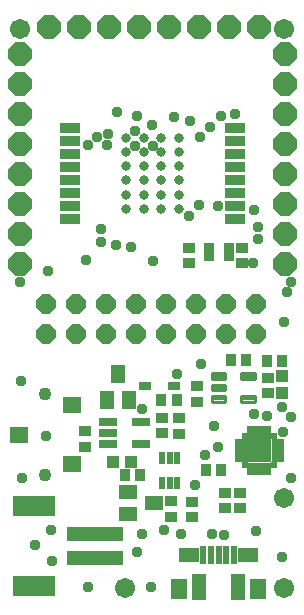
<source format=gbr>
G04 EAGLE Gerber RS-274X export*
G75*
%MOMM*%
%FSLAX34Y34*%
%LPD*%
%INSoldermask Top*%
%IPPOS*%
%AMOC8*
5,1,8,0,0,1.08239X$1,22.5*%
G01*
%ADD10C,1.703200*%
%ADD11R,1.397000X1.778000*%
%ADD12R,1.651000X1.270000*%
%ADD13R,1.703200X0.903200*%
%ADD14C,0.803200*%
%ADD15C,0.293481*%
%ADD16R,0.903200X1.603200*%
%ADD17R,1.103200X0.903200*%
%ADD18R,0.603200X1.553200*%
%ADD19R,1.303200X2.303200*%
%ADD20R,4.803200X1.203200*%
%ADD21R,3.603200X1.803200*%
%ADD22P,1.759533X8X202.500000*%
%ADD23R,1.524000X0.762000*%
%ADD24R,1.003200X0.803200*%
%ADD25R,1.603200X1.203200*%
%ADD26R,1.203200X1.603200*%
%ADD27R,0.558800X0.990600*%
%ADD28R,1.003200X1.003200*%
%ADD29R,0.903200X1.103200*%
%ADD30C,1.103200*%
%ADD31R,1.603200X1.403200*%
%ADD32P,2.144431X8X22.500000*%
%ADD33P,2.144431X8X112.500000*%
%ADD34R,0.503200X0.503200*%
%ADD35R,1.103200X0.503200*%
%ADD36R,0.503200X1.103200*%
%ADD37R,2.003200X2.003200*%
%ADD38C,0.959600*%


D10*
X302006Y196088D03*
X78232Y196596D03*
X301752Y-276860D03*
X167386Y-276606D03*
X301752Y-201168D03*
D11*
X212725Y-278130D03*
D12*
X221615Y-248920D03*
X271145Y-248920D03*
D11*
X280035Y-278130D03*
D13*
X120500Y112140D03*
X120500Y101140D03*
X120500Y90140D03*
X120500Y79140D03*
X120500Y68140D03*
X120500Y57140D03*
X120500Y46140D03*
X120500Y35140D03*
X260500Y35140D03*
X260500Y46140D03*
X260500Y57140D03*
X260500Y68140D03*
X260500Y79140D03*
X260500Y90140D03*
X260500Y101140D03*
X260500Y112140D03*
D14*
X168000Y104140D03*
X183000Y104140D03*
X198000Y104140D03*
X213000Y104140D03*
X168000Y92140D03*
X183000Y92140D03*
X198000Y92140D03*
X213000Y92140D03*
X168000Y80140D03*
X183000Y80140D03*
X198000Y80140D03*
X213000Y80140D03*
X168000Y68140D03*
X183000Y68140D03*
X198000Y68140D03*
X213000Y68140D03*
X168000Y56140D03*
X183000Y56140D03*
X198000Y56140D03*
X213000Y56140D03*
X168000Y44140D03*
X183000Y44140D03*
X198000Y44140D03*
X213000Y44140D03*
D15*
X240677Y-95189D02*
X240677Y-100187D01*
X240677Y-95189D02*
X251875Y-95189D01*
X251875Y-100187D01*
X240677Y-100187D01*
X240677Y-97399D02*
X251875Y-97399D01*
X265777Y-114189D02*
X265777Y-119187D01*
X265777Y-114189D02*
X276975Y-114189D01*
X276975Y-119187D01*
X265777Y-119187D01*
X265777Y-116399D02*
X276975Y-116399D01*
X240677Y-109687D02*
X240677Y-104689D01*
X251875Y-104689D01*
X251875Y-109687D01*
X240677Y-109687D01*
X240677Y-106899D02*
X251875Y-106899D01*
X240677Y-114189D02*
X240677Y-119187D01*
X240677Y-114189D02*
X251875Y-114189D01*
X251875Y-119187D01*
X240677Y-119187D01*
X240677Y-116399D02*
X251875Y-116399D01*
X265777Y-100187D02*
X265777Y-95189D01*
X276975Y-95189D01*
X276975Y-100187D01*
X265777Y-100187D01*
X265777Y-97399D02*
X276975Y-97399D01*
D16*
X238134Y7366D03*
X255134Y7366D03*
D17*
X220980Y-1928D03*
X220980Y11072D03*
X265938Y-2182D03*
X265938Y10818D03*
D18*
X233380Y-249164D03*
X239880Y-249164D03*
X246380Y-249164D03*
X252880Y-249164D03*
X259380Y-249164D03*
D19*
X229880Y-275914D03*
X262880Y-275914D03*
D20*
X142156Y-251554D03*
X142156Y-231554D03*
D21*
X90156Y-275554D03*
X90156Y-207554D03*
D22*
X277876Y-36576D03*
X277876Y-61976D03*
X252476Y-36576D03*
X252476Y-61976D03*
X227076Y-36576D03*
X227076Y-61976D03*
X201676Y-36576D03*
X201676Y-61976D03*
X176276Y-36576D03*
X176276Y-61976D03*
X150876Y-36576D03*
X150876Y-61976D03*
X125476Y-36576D03*
X125476Y-61976D03*
X100076Y-36576D03*
X100076Y-61976D03*
D17*
X288544Y-112164D03*
X288544Y-99164D03*
X227838Y-119276D03*
X227838Y-106276D03*
D23*
X152908Y-136144D03*
X152908Y-145542D03*
X152908Y-154940D03*
X180340Y-154940D03*
X180340Y-136144D03*
D24*
X209096Y-106172D03*
X184096Y-106172D03*
D25*
X191594Y-204978D03*
X169594Y-214478D03*
X169594Y-195478D03*
D26*
X161290Y-95426D03*
X170790Y-117426D03*
X151790Y-117426D03*
D27*
X198478Y-188468D03*
X204978Y-188468D03*
X211478Y-188468D03*
X211478Y-167132D03*
X204978Y-167132D03*
X198478Y-167132D03*
D28*
X172092Y-170434D03*
X157092Y-170434D03*
X299974Y-112148D03*
X299974Y-97148D03*
D29*
X179982Y-181610D03*
X166982Y-181610D03*
X300378Y-84836D03*
X287378Y-84836D03*
D17*
X206502Y-216558D03*
X206502Y-203558D03*
X223520Y-203812D03*
X223520Y-216812D03*
X198628Y-132946D03*
X198628Y-145946D03*
X212852Y-146454D03*
X212852Y-133454D03*
D30*
X99568Y-113066D03*
D31*
X122068Y-172066D03*
X77068Y-147066D03*
X122068Y-122066D03*
D30*
X99568Y-181066D03*
D32*
X302260Y175514D03*
X302260Y150114D03*
X302260Y124714D03*
X302260Y99314D03*
X302260Y73914D03*
X302260Y48514D03*
X302260Y23114D03*
X302260Y-2286D03*
X78232Y175133D03*
X78232Y149733D03*
X78232Y124333D03*
X78232Y98933D03*
X78232Y73533D03*
X78232Y48133D03*
X78232Y22733D03*
X78232Y-2667D03*
D33*
X102870Y197866D03*
X128270Y197866D03*
X153670Y197866D03*
X179070Y197866D03*
X204470Y197866D03*
X229870Y197866D03*
X255270Y197866D03*
X280670Y197866D03*
D29*
X256898Y-83820D03*
X269898Y-83820D03*
D17*
X133604Y-144376D03*
X133604Y-157376D03*
D29*
X210970Y-118110D03*
X197970Y-118110D03*
D34*
X268424Y-148028D03*
D35*
X265424Y-153028D03*
X265424Y-158028D03*
X265424Y-163028D03*
X265424Y-168028D03*
D34*
X268424Y-173028D03*
D36*
X273424Y-176028D03*
X278424Y-176028D03*
X283424Y-176028D03*
X288424Y-176028D03*
D34*
X293424Y-173028D03*
D35*
X296424Y-168028D03*
X296424Y-163028D03*
X296424Y-158028D03*
X296424Y-153028D03*
D34*
X293424Y-148028D03*
D36*
X288424Y-145028D03*
X283424Y-145028D03*
X278424Y-145028D03*
X273424Y-145028D03*
D37*
X280924Y-160528D03*
D17*
X252222Y-209446D03*
X252222Y-196446D03*
X264668Y-209446D03*
X264668Y-196446D03*
D29*
X235562Y-176784D03*
X248562Y-176784D03*
D38*
X221742Y38248D03*
X276352Y42926D03*
X79248Y-101600D03*
X80264Y-184150D03*
X90932Y-240792D03*
X136144Y-275844D03*
X177038Y-246126D03*
X278130Y-228854D03*
X231648Y-87630D03*
X172212Y11938D03*
X159512Y13716D03*
X147066Y15748D03*
X147066Y27178D03*
X134366Y508D03*
X190500Y254D03*
X102108Y-8763D03*
X275844Y-2032D03*
X226568Y-189484D03*
X200406Y-227584D03*
X229616Y46990D03*
X78105Y-17526D03*
X208788Y121666D03*
X175514Y109982D03*
X260096Y124206D03*
X189484Y-276352D03*
X100076Y-148336D03*
X307340Y-184150D03*
X300228Y-250698D03*
X181356Y-125730D03*
X105156Y-254508D03*
X245618Y46482D03*
X301498Y-52070D03*
X104648Y-227584D03*
X242570Y-140208D03*
X300990Y-145034D03*
X135636Y97790D03*
X143764Y105156D03*
X151638Y98298D03*
X153162Y107696D03*
X175514Y97282D03*
X190754Y97282D03*
X279908Y28448D03*
X307693Y-17907D03*
X307799Y-132129D03*
X276352Y-129540D03*
X280187Y18313D03*
X304645Y-26543D03*
X300052Y-123620D03*
X287274Y-131508D03*
X240718Y-231140D03*
X235140Y-164084D03*
X251206Y-231902D03*
X245618Y-157734D03*
X181610Y-231140D03*
X214884Y-231394D03*
X211128Y-95758D03*
X239268Y113030D03*
X248412Y122936D03*
X160528Y125928D03*
X230632Y105156D03*
X177292Y122654D03*
X222504Y118364D03*
X189992Y114808D03*
M02*

</source>
